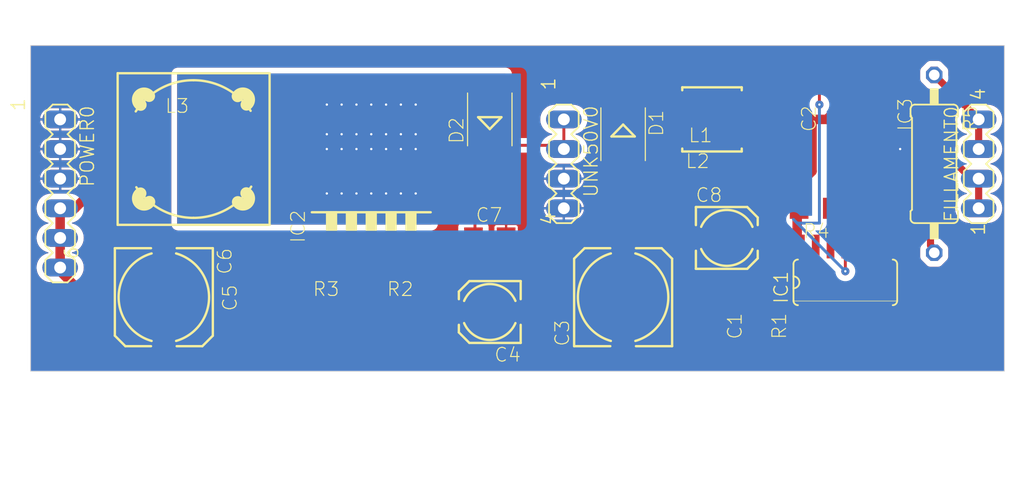
<source format=kicad_pcb>
(kicad_pcb (version 20221018) (generator pcbnew)
  (layers (0 "F.Cu" signal) (31 "B.Cu" signal) (34 "B.Paste" user) (35 "F.Paste" user) (36 "B.SilkS" user "B.Silkscreen") (37 "F.SilkS" user "F.Silkscreen") (38 "B.Mask" user) (39 "F.Mask" user) (44 "Edge.Cuts" user))
  (net 0 "")
  (net 1 "GND")
  (net 2 "Net-(IC1A-I0)")
  (net 3 "+5V")
  (net 4 "Net-(IC3-VM)")
  (net 5 "Net-(D1-PadC)")
  (net 6 "/SW")
  (net 7 "/F2")
  (net 8 "/F1")
  (net 9 "Net-(IC1C-O)")
  (net 10 "/FF_BLANK")
  (net 11 "Net-(IC1B-O)")
  (net 12 "VPP")
  (net 13 "Net-(IC1A-O)")
  (net 14 "Net-(IC1D-O)")
  (net 15 "Net-(IC2-FB)")
  (net 17 "Net-(IC3-OUT2)")
  (footprint "VFD-Power:153CLV-0505" (layer "F.Cu") (at 166.4461 107.5386)
    (fp_text reference "C8" (at -2.74 -2.98) (layer "F.SilkS") (effects (font (size 1.176528 1.176528) (thickness 0.093472)) (justify left bottom)))
    (fp_text value "1u")
    (pad "+" smd rect (at 2.2 0) (size 3 1.6) (layers "F.Cu" "F.Paste" "F.Mask") (net 4 "Net-(IC3-VM)"))
    (pad "-" smd rect (at -2.2 0) (size 3 1.6) (layers "F.Cu" "F.Paste" "F.Mask") (net 1 "GND"))
  )
  (footprint "VFD-Power:SO14" (layer "F.Cu") (at 176.6061 111.3486)
    (fp_text reference "IC1" (at -4.826 1.905 90) (layer "F.SilkS") (effects (font (size 1.1557 1.1557) (thickness 0.1143)) (justify left bottom)))
    (fp_text value "74132D")
    (pad "1" smd rect (at -3.81 3.0734) (size 0.6604 2.032) (layers "F.Cu" "F.Paste" "F.Mask") (net 2 "Net-(IC1A-I0)"))
    (pad "2" smd rect (at -2.54 3.0734) (size 0.6604 2.032) (layers "F.Cu" "F.Paste" "F.Mask") (net 2 "Net-(IC1A-I0)"))
    (pad "3" smd rect (at -1.27 3.0734) (size 0.6604 2.032) (layers "F.Cu" "F.Paste" "F.Mask") (net 13 "Net-(IC1A-O)"))
    (pad "4" smd rect (at 0 3.0734) (size 0.6604 2.032) (layers "F.Cu" "F.Paste" "F.Mask") (net 13 "Net-(IC1A-O)"))
    (pad "5" smd rect (at 1.27 3.0734) (size 0.6604 2.032) (layers "F.Cu" "F.Paste" "F.Mask") (net 13 "Net-(IC1A-O)"))
    (pad "6" smd rect (at 2.54 3.0734) (size 0.6604 2.032) (layers "F.Cu" "F.Paste" "F.Mask") (net 11 "Net-(IC1B-O)"))
    (pad "7" smd rect (at 3.81 3.0734) (size 0.6604 2.032) (layers "F.Cu" "F.Paste" "F.Mask") (net 1 "GND"))
    (pad "8" smd rect (at 3.81 -3.0734) (size 0.6604 2.032) (layers "F.Cu" "F.Paste" "F.Mask") (net 9 "Net-(IC1C-O)"))
    (pad "9" smd rect (at 2.54 -3.0734) (size 0.6604 2.032) (layers "F.Cu" "F.Paste" "F.Mask") (net 10 "/FF_BLANK"))
    (pad "10" smd rect (at 1.27 -3.0734) (size 0.6604 2.032) (layers "F.Cu" "F.Paste" "F.Mask") (net 11 "Net-(IC1B-O)"))
    (pad "11" smd rect (at 0 -3.0734) (size 0.6604 2.032) (layers "F.Cu" "F.Paste" "F.Mask") (net 14 "Net-(IC1D-O)"))
    (pad "12" smd rect (at -1.27 -3.0734) (size 0.6604 2.032) (layers "F.Cu" "F.Paste" "F.Mask") (net 10 "/FF_BLANK"))
    (pad "13" smd rect (at -2.54 -3.0734) (size 0.6604 2.032) (layers "F.Cu" "F.Paste" "F.Mask") (net 13 "Net-(IC1A-O)"))
    (pad "14" smd rect (at -3.81 -3.0734) (size 0.6604 2.032) (layers "F.Cu" "F.Paste" "F.Mask") (net 3 "+5V"))
  )
  (footprint "VFD-Power:0411_15" (layer "F.Cu") (at 184.2261 101.1886 -90)
    (fp_text reference "R5" (at -5.08 -2.413 90) (layer "F.SilkS") (effects (font (size 1.1557 1.1557) (thickness 0.1143)) (justify right top)))
    (fp_text value "22")
    (pad "1" thru_hole roundrect (at -7.62 0 270) (size 1.4144 1.4144) (drill 0.9144) (layers "*.Cu" "*.Mask") (chamfer_ratio 0.2928932188) (chamfer top_left top_right bottom_left bottom_right) (net 7 "/F2"))
    (pad "2" thru_hole roundrect (at 7.62 0 270) (size 1.4144 1.4144) (drill 0.9144) (layers "*.Cu" "*.Mask") (chamfer_ratio 0.2928932188) (chamfer top_left top_right bottom_left bottom_right) (net 17 "Net-(IC3-OUT2)"))
  )
  (footprint "VFD-Power:SO8" (layer "F.Cu") (at 177.8761 97.3786 180)
    (fp_text reference "IC3" (at -3.175 1.905 90) (layer "F.SilkS") (effects (font (size 1.176528 1.176528) (thickness 0.093472)) (justify right top)))
    (fp_text value "ZXBM5210")
    (pad "1" smd rect (at -1.905 2.6 180) (size 0.6 2.2) (layers "F.Cu" "F.Paste" "F.Mask") (net 8 "/F1"))
    (pad "2" smd rect (at -0.635 2.6 180) (size 0.6 2.2) (layers "F.Cu" "F.Paste" "F.Mask") (net 4 "Net-(IC3-VM)"))
    (pad "3" smd rect (at 0.635 2.6 180) (size 0.6 2.2) (layers "F.Cu" "F.Paste" "F.Mask") (net 3 "+5V"))
    (pad "4" smd rect (at 1.905 2.6 180) (size 0.6 2.2) (layers "F.Cu" "F.Paste" "F.Mask") (net 14 "Net-(IC1D-O)"))
    (pad "5" smd rect (at 1.905 -2.6 180) (size 0.6 2.2) (layers "F.Cu" "F.Paste" "F.Mask") (net 9 "Net-(IC1C-O)"))
    (pad "6" smd rect (at 0.635 -2.6 180) (size 0.6 2.2) (layers "F.Cu" "F.Paste" "F.Mask") (net 3 "+5V"))
    (pad "7" smd rect (at -0.635 -2.6 180) (size 0.6 2.2) (layers "F.Cu" "F.Paste" "F.Mask") (net 17 "Net-(IC3-OUT2)"))
    (pad "8" smd rect (at -1.905 -2.6 180) (size 0.6 2.2) (layers "F.Cu" "F.Paste" "F.Mask") (net 1 "GND"))
  )
  (footprint "VFD-Power:MA04-1" (layer "F.Cu") (at 188.0361 101.1886 90)
    (fp_text reference "FILLAMENT0" (at -5.08 -1.651 90) (layer "F.SilkS") (effects (font (size 1.1557 1.1557) (thickness 0.1143)) (justify left bottom)))
    (fp_text value "MA04-1")
    (fp_text user "1" (at -6.223 0.635 90) (layer "F.SilkS") (effects (font (size 1.143 1.143) (thickness 0.127)) (justify left bottom)))
    (fp_text user "4" (at 5.334 0.635 90) (layer "F.SilkS") (effects (font (size 1.143 1.143) (thickness 0.127)) (justify left bottom)))
    (pad "1" thru_hole oval (at -3.81 0 180) (size 3.048 1.524) (drill 1.016) (layers "*.Cu" "*.Mask") (net 8 "/F1"))
    (pad "2" thru_hole oval (at -1.27 0 180) (size 3.048 1.524) (drill 1.016) (layers "*.Cu" "*.Mask") (net 8 "/F1"))
    (pad "3" thru_hole oval (at 1.27 0 180) (size 3.048 1.524) (drill 1.016) (layers "*.Cu" "*.Mask") (net 7 "/F2"))
    (pad "4" thru_hole oval (at 3.81 0 180) (size 3.048 1.524) (drill 1.016) (layers "*.Cu" "*.Mask") (net 7 "/F2"))
  )
  (footprint "VFD-Power:R1206" (layer "F.Cu") (at 174.0661 104.9986 180)
    (fp_text reference "R4" (at -1.27 -1.27) (layer "F.SilkS") (effects (font (size 1.176528 1.176528) (thickness 0.093472)) (justify right top)))
    (fp_text value "2.7k")
    (pad "1" smd rect (at -1.422 0 180) (size 1.6 1.803) (layers "F.Cu" "F.Paste" "F.Mask") (net 10 "/FF_BLANK"))
    (pad "2" smd rect (at 1.422 0 180) (size 1.6 1.803) (layers "F.Cu" "F.Paste" "F.Mask") (net 3 "+5V"))
  )
  (footprint "VFD-Power:153CLV-0807" (layer "F.Cu") (at 118.1861 112.6186 -90)
    (fp_text reference "C6" (at -4.29 -4.53 90) (layer "F.SilkS") (effects (font (size 1.176528 1.176528) (thickness 0.093472)) (justify right top)))
    (fp_text value "CPOL-EU153CLV-0807")
    (pad "+" smd rect (at 3.05 0 270) (size 4 1.6) (layers "F.Cu" "F.Paste" "F.Mask") (net 3 "+5V"))
    (pad "-" smd rect (at -3.05 0 270) (size 4 1.6) (layers "F.Cu" "F.Paste" "F.Mask") (net 1 "GND"))
  )
  (footprint "VFD-Power:R1206" (layer "F.Cu") (at 138.5061 113.8886)
    (fp_text reference "R2" (at -1.27 -1.27) (layer "F.SilkS") (effects (font (size 1.176528 1.176528) (thickness 0.093472)) (justify left bottom)))
    (fp_text value "1.5k")
    (pad "1" smd rect (at -1.422 0) (size 1.6 1.803) (layers "F.Cu" "F.Paste" "F.Mask") (net 15 "Net-(IC2-FB)"))
    (pad "2" smd rect (at 1.422 0) (size 1.6 1.803) (layers "F.Cu" "F.Paste" "F.Mask") (net 12 "VPP"))
  )
  (footprint "VFD-Power:153CLV-0505" (layer "F.Cu") (at 146.1261 113.8886 180)
    (fp_text reference "C4" (at -2.74 -2.98) (layer "F.SilkS") (effects (font (size 1.176528 1.176528) (thickness 0.093472)) (justify right top)))
    (fp_text value "1u")
    (pad "+" smd rect (at 2.2 0 180) (size 3 1.6) (layers "F.Cu" "F.Paste" "F.Mask") (net 12 "VPP"))
    (pad "-" smd rect (at -2.2 0 180) (size 3 1.6) (layers "F.Cu" "F.Paste" "F.Mask") (net 1 "GND"))
  )
  (footprint "VFD-Power:MA04-1" (layer "F.Cu") (at 152.4761 101.1886 -90)
    (fp_text reference "UNK50V0" (at -5.08 -1.651 90) (layer "F.SilkS") (effects (font (size 1.1557 1.1557) (thickness 0.1143)) (justify right top)))
    (fp_text value "MA04-1")
    (fp_text user "1" (at -6.223 0.635 -90) (layer "F.SilkS") (effects (font (size 1.143 1.143) (thickness 0.127)) (justify left bottom)))
    (fp_text user "4" (at 5.334 0.635 -90) (layer "F.SilkS") (effects (font (size 1.143 1.143) (thickness 0.127)) (justify left bottom)))
    (pad "1" thru_hole oval (at -3.81 0) (size 3.048 1.524) (drill 1.016) (layers "*.Cu" "*.Mask") (net 12 "VPP"))
    (pad "2" thru_hole oval (at -1.27 0) (size 3.048 1.524) (drill 1.016) (layers "*.Cu" "*.Mask") (net 12 "VPP"))
    (pad "3" thru_hole oval (at 1.27 0) (size 3.048 1.524) (drill 1.016) (layers "*.Cu" "*.Mask") (net 1 "GND"))
    (pad "4" thru_hole oval (at 3.81 0) (size 3.048 1.524) (drill 1.016) (layers "*.Cu" "*.Mask") (net 1 "GND"))
  )
  (footprint "VFD-Power:C1206" (layer "F.Cu") (at 171.5261 97.3786 -90)
    (fp_text reference "C2" (at -1.27 -1.27 90) (layer "F.SilkS") (effects (font (size 1.176528 1.176528) (thickness 0.093472)) (justify right top)))
    (fp_text value "100n")
    (pad "1" smd rect (at -1.4 0 270) (size 1.6 1.8) (layers "F.Cu" "F.Paste" "F.Mask") (net 3 "+5V"))
    (pad "2" smd rect (at 1.4 0 270) (size 1.6 1.8) (layers "F.Cu" "F.Paste" "F.Mask") (net 1 "GND"))
  )
  (footprint "VFD-Power:C1206" (layer "F.Cu") (at 165.1761 115.1586 -90)
    (fp_text reference "C1" (at -1.27 -1.27 90) (layer "F.SilkS") (effects (font (size 1.176528 1.176528) (thickness 0.093472)) (justify right top)))
    (fp_text value "4.7n")
    (pad "1" smd rect (at -1.4 0 270) (size 1.6 1.8) (layers "F.Cu" "F.Paste" "F.Mask") (net 2 "Net-(IC1A-I0)"))
    (pad "2" smd rect (at 1.4 0 270) (size 1.6 1.8) (layers "F.Cu" "F.Paste" "F.Mask") (net 1 "GND"))
  )
  (footprint "VFD-Power:TO263-5" (layer "F.Cu") (at 135.9661 102.4586)
    (fp_text reference "IC2" (at -5.588 5.588 90) (layer "F.SilkS") (effects (font (size 1.176528 1.176528) (thickness 0.093472)) (justify left bottom)))
    (fp_text value "XL6009")
    (pad "1" smd rect (at -3.4036 5.7912) (size 1.0668 2.159) (layers "F.Cu" "F.Paste" "F.Mask") (net 1 "GND"))
    (pad "2" smd rect (at -1.7018 5.7912) (size 1.0668 2.159) (layers "F.Cu" "F.Paste" "F.Mask"))
    (pad "3" smd rect (at 0 5.7912) (size 1.0668 2.159) (layers "F.Cu" "F.Paste" "F.Mask") (net 6 "/SW"))
    (pad "4" smd rect (at 1.7018 5.7912) (size 1.0668 2.159) (layers "F.Cu" "F.Paste" "F.Mask") (net 3 "+5V"))
    (pad "5" smd rect (at 3.4036 5.7912) (size 1.0668 2.159) (layers "F.Cu" "F.Paste" "F.Mask") (net 15 "Net-(IC2-FB)"))
    (pad "6" smd rect (at 0 -2.54) (size 10.8 10.41) (layers "F.Cu" "F.Paste" "F.Mask") (net 6 "/SW"))
  )
  (footprint "VFD-Power:SMB" (layer "F.Cu") (at 146.1261 97.3786 90)
    (fp_text reference "D2" (at -2.159 -2.159 90) (layer "F.SilkS") (effects (font (size 1.176528 1.176528) (thickness 0.093472)) (justify left bottom)))
    (fp_text value "DIODE-SMB")
    (pad "A" smd rect (at 2.2 0 90) (size 2.4 2.4) (layers "F.Cu" "F.Paste" "F.Mask") (net 6 "/SW"))
    (pad "C" smd rect (at -2.2 0 90) (size 2.4 2.4) (layers "F.Cu" "F.Paste" "F.Mask") (net 12 "VPP"))
  )
  (footprint "VFD-Power:153CLV-0807" (layer "F.Cu") (at 157.5561 112.6186 90)
    (fp_text reference "C3" (at -4.29 -4.53 90) (layer "F.SilkS") (effects (font (size 1.176528 1.176528) (thickness 0.093472)) (justify left bottom)))
    (fp_text value "10u")
    (pad "+" smd rect (at 3.05 0 90) (size 4 1.6) (layers "F.Cu" "F.Paste" "F.Mask") (net 3 "+5V"))
    (pad "-" smd rect (at -3.05 0 90) (size 4 1.6) (layers "F.Cu" "F.Paste" "F.Mask") (net 1 "GND"))
  )
  (footprint "VFD-Power:MA06-1" (layer "F.Cu") (at 109.2961 103.7286 -90)
    (fp_text reference "POWER0" (at -7.62 -1.651 90) (layer "F.SilkS") (effects (font (size 1.1557 1.1557) (thickness 0.1143)) (justify right top)))
    (fp_text value "MA06-1")
    (fp_text user "1" (at -6.985 2.921 -90) (layer "F.SilkS") (effects (font (size 1.143 1.143) (thickness 0.127)) (justify left bottom)))
    (fp_text user "6" (at 5.715 -1.651 -90) (layer "F.SilkS") (effects (font (size 1.143 1.143) (thickness 0.127)) (justify left bottom)))
    (pad "1" thru_hole oval (at -6.35 0) (size 3.048 1.524) (drill 1.016) (layers "*.Cu" "*.Mask") (net 1 "GND"))
    (pad "2" thru_hole oval (at -3.81 0) (size 3.048 1.524) (drill 1.016) (layers "*.Cu" "*.Mask") (net 1 "GND"))
    (pad "3" thru_hole oval (at -1.27 0) (size 3.048 1.524) (drill 1.016) (layers "*.Cu" "*.Mask") (net 1 "GND"))
    (pad "4" thru_hole oval (at 1.27 0) (size 3.048 1.524) (drill 1.016) (layers "*.Cu" "*.Mask") (net 3 "+5V"))
    (pad "5" thru_hole oval (at 3.81 0) (size 3.048 1.524) (drill 1.016) (layers "*.Cu" "*.Mask") (net 3 "+5V"))
    (pad "6" thru_hole oval (at 6.35 0) (size 3.048 1.524) (drill 1.016) (layers "*.Cu" "*.Mask") (net 3 "+5V"))
  )
  (footprint "VFD-Power:SM-NE45" (layer "F.Cu") (at 165.1761 101.1886)
    (fp_text reference "L1" (at -2.081 -1.751) (layer "F.SilkS") (effects (font (size 1.176528 1.176528) (thickness 0.093472)) (justify left bottom)))
    (fp_text value "SM-NE45")
    (pad "1" smd rect (at -2.15 0) (size 1.2 2.7) (layers "F.Cu" "F.Paste" "F.Mask") (net 5 "Net-(D1-PadC)"))
    (pad "2" smd rect (at 2.15 0) (size 1.2 2.7) (layers "F.Cu" "F.Paste" "F.Mask") (net 4 "Net-(IC3-VM)"))
  )
  (footprint "VFD-Power:R1206" (layer "F.Cu") (at 168.9861 115.1586 -90)
    (fp_text reference "R1" (at -1.27 -1.27 90) (layer "F.SilkS") (effects (font (size 1.176528 1.176528) (thickness 0.093472)) (justify right top)))
    (fp_text value "2.7k")
    (pad "1" smd rect (at -1.422 0 270) (size 1.6 1.803) (layers "F.Cu" "F.Paste" "F.Mask") (net 2 "Net-(IC1A-I0)"))
    (pad "2" smd rect (at 1.422 0 270) (size 1.6 1.803) (layers "F.Cu" "F.Paste" "F.Mask") (net 13 "Net-(IC1A-O)"))
  )
  (footprint "VFD-Power:R1206" (layer "F.Cu") (at 132.1561 113.8886)
    (fp_text reference "R3" (at -1.27 -1.27) (layer "F.SilkS") (effects (font (size 1.176528 1.176528) (thickness 0.093472)) (justify left bottom)))
    (fp_text value "39")
    (pad "1" smd rect (at -1.422 0) (size 1.6 1.803) (layers "F.Cu" "F.Paste" "F.Mask") (net 1 "GND"))
    (pad "2" smd rect (at 1.422 0) (size 1.6 1.803) (layers "F.Cu" "F.Paste" "F.Mask") (net 15 "Net-(IC2-FB)"))
  )
  (footprint "VFD-Power:C1206" (layer "F.Cu") (at 146.1261 107.5386)
    (fp_text reference "C7" (at -1.27 -1.27) (layer "F.SilkS") (effects (font (size 1.176528 1.176528) (thickness 0.093472)) (justify left bottom)))
    (fp_text value "100n")
    (pad "1" smd rect (at -1.4 0) (size 1.6 1.8) (layers "F.Cu" "F.Paste" "F.Mask") (net 12 "VPP"))
    (pad "2" smd rect (at 1.4 0) (size 1.6 1.8) (layers "F.Cu" "F.Paste" "F.Mask") (net 1 "GND"))
  )
  (footprint "VFD-Power:SMB" (layer "F.Cu") (at 157.5561 98.6486 -90)
    (fp_text reference "D1" (at -2.159 -2.159 90) (layer "F.SilkS") (effects (font (size 1.176528 1.176528) (thickness 0.093472)) (justify right top)))
    (fp_text value "DIODE-SMB")
    (pad "A" smd rect (at 2.2 0 270) (size 2.4 2.4) (layers "F.Cu" "F.Paste" "F.Mask") (net 3 "+5V"))
    (pad "C" smd rect (at -2.2 0 270) (size 2.4 2.4) (layers "F.Cu" "F.Paste" "F.Mask") (net 5 "Net-(D1-PadC)"))
  )
  (footprint "VFD-Power:C1206" (layer "F.Cu") (at 125.8061 112.6186 90)
    (fp_text reference "C5" (at -1.27 -1.27 90) (layer "F.SilkS") (effects (font (size 1.176528 1.176528) (thickness 0.093472)) (justify left bottom)))
    (fp_text value "C-EUC1206")
    (pad "1" smd rect (at -1.4 0 90) (size 1.6 1.8) (layers "F.Cu" "F.Paste" "F.Mask") (net 3 "+5V"))
    (pad "2" smd rect (at 1.4 0 90) (size 1.6 1.8) (layers "F.Cu" "F.Paste" "F.Mask") (net 1 "GND"))
  )
  (footprint "VFD-Power:MS85" (layer "F.Cu") (at 165.1761 97.3786 -90)
    (fp_text reference "L2" (at 4.272 2.331) (layer "F.SilkS") (effects (font (size 1.176528 1.176528) (thickness 0.093472)) (justify left bottom)))
    (fp_text value "MS85")
    (pad "1" smd rect (at 0 3.383 270) (size 4.5 2.25) (layers "F.Cu" "F.Paste" "F.Mask") (net 5 "Net-(D1-PadC)"))
    (pad "2" smd rect (at 0 -3.383 270) (size 4.5 2.25) (layers "F.Cu" "F.Paste" "F.Mask") (net 4 "Net-(IC3-VM)"))
  )
  (footprint "VFD-Power:DR125" (layer "F.Cu") (at 120.7261 99.9186)
    (fp_text reference "L3" (at -2.5 -3) (layer "F.SilkS") (effects (font (size 1.176528 1.176528) (thickness 0.093472)) (justify left bottom)))
    (fp_text value "DR125")
    (pad "1" smd rect (at -4.975 0) (size 3.85 5.5) (layers "F.Cu" "F.Paste" "F.Mask") (net 3 "+5V"))
    (pad "2" smd rect (at 4.975 0) (size 3.85 5.5) (layers "F.Cu" "F.Paste" "F.Mask") (net 6 "/SW"))
  )
  (gr_line (start 106.7561 118.9686) (end 190.2461 118.9686) (stroke (width 0.05)) (layer "Edge.Cuts"))
  (gr_line (start 190.2461 118.9686) (end 190.2461 91.0386) (stroke (width 0.05)) (layer "Edge.Cuts"))
  (gr_line (start 106.7561 91.0386) (end 106.7561 118.9686) (stroke (width 0.05)) (layer "Edge.Cuts"))
  (gr_line (start 190.2461 91.0386) (end 106.7561 91.0386) (stroke (width 0.05)) (layer "Edge.Cuts"))
  (via (at 181.3051 99.9186) (size 0.7) (drill 0.2) (layers "F.Cu" "B.Cu") (net 1))
  (segment (start 172.7961 114.2061) (end 172.7961 114.422) (width 0.25) (layer "F.Cu") (net 2))
  (segment (start 168.9861 113.5711) (end 168.9861 113.7366) (width 0.25) (layer "F.Cu") (net 2))
  (segment (start 165.1761 113.5711) (end 165.1761 113.7586) (width 0.25) (layer "F.Cu") (net 2))
  (segment (start 168.9861 113.7366) (end 168.9861 114.2061) (width 0.25) (layer "F.Cu") (net 2))
  (segment (start 174.0661 114.2061) (end 172.7961 114.2061) (width 0.25) (layer "F.Cu") (net 2))
  (segment (start 168.9861 114.2061) (end 172.7961 114.2061) (width 0.25) (layer "F.Cu") (net 2))
  (segment (start 168.9861 113.5711) (end 165.1761 113.5711) (width 0.25) (layer "F.Cu") (net 2))
  (segment (start 174.0661 114.2061) (end 174.0661 114.422) (width 0.25) (layer "F.Cu") (net 2))
  (segment (start 175.3361 97.0611) (end 175.9711 97.0611) (width 0.8128) (layer "F.Cu") (net 3))
  (segment (start 128.0286 112.6186) (end 128.0286 111.3486) (width 0.8128) (layer "F.Cu") (net 3))
  (segment (start 126.7586 113.8886) (end 128.0286 112.6186) (width 0.8128) (layer "F.Cu") (net 3))
  (segment (start 170.8911 110.0786) (end 172.4786 108.4911) (width 0.8128) (layer "F.Cu") (net 3))
  (segment (start 171.5261 96.1086) (end 171.5261 95.9786) (width 0.8128) (layer "F.Cu") (net 3))
  (segment (start 176.6061 97.3786) (end 176.44735 97.53735) (width 0.8128) (layer "F.Cu") (net 3))
  (segment (start 172.7961 108.1736) (end 172.7961 108.2752) (width 0.8128) (layer "F.Cu") (net 3))
  (segment (start 157.8736 109.7611) (end 157.5561 109.5686) (width 0.8128) (layer "F.Cu") (net 3))
  (segment (start 110.5661 104.9986) (end 115.6461 99.9186) (width 0.8128) (layer "F.Cu") (net 3))
  (segment (start 126.1236 113.8886) (end 125.8061 114.0186) (width 0.8128) (layer "F.Cu") (net 3))
  (segment (start 176.6061 97.0611) (end 177.2411 96.4261) (width 0.8128) (layer "F.Cu") (net 3))
  (segment (start 173.7486 101.8236) (end 173.7486 97.3786) (width 0.8128) (layer "F.Cu") (net 3))
  (segment (start 128.3461 116.4286) (end 150.5711 116.4286) (width 0.8128) (layer "F.Cu") (net 3))
  (segment (start 135.9661 111.3486) (end 137.5536 109.7611) (width 0.8128) (layer "F.Cu") (net 3))
  (segment (start 109.2961 110.3961) (end 109.2961 110.0786) (width 0.8128) (layer "F.Cu") (net 3))
  (segment (start 128.3461 112.6186) (end 128.0286 112.6186) (width 0.8128) (layer "F.Cu") (net 3))
  (segment (start 117.8686 114.5236) (end 113.4236 114.5236) (width 0.8128) (layer "F.Cu") (net 3))
  (segment (start 175.0186 97.3786) (end 175.3361 97.0611) (width 0.8128) (layer "F.Cu") (net 3))
  (segment (start 157.5561 109.5686) (end 157.5561 106.5861) (width 0.8128) (layer "F.Cu") (net 3))
  (segment (start 157.8736 109.7611) (end 157.8736 110.0786) (width 0.8128) (layer "F.Cu") (net 3))
  (segment (start 172.7961 104.6811) (end 172.6441 104.9986) (width 0.8128) (layer "F.Cu") (net 3))
  (segment (start 173.1136 96.7436) (end 173.1136 96.1086) (width 0.8128) (layer "F.Cu") (net 3))
  (segment (start 172.7961 102.7761) (end 173.7486 101.8236) (width 0.8128) (layer "F.Cu") (net 3))
  (segment (start 172.4786 108.4911) (end 172.7961 108.2752) (width 0.8128) (layer "F.Cu") (net 3))
  (segment (start 126.1236 113.8886) (end 126.7586 113.8886) (width 0.8128) (layer "F.Cu") (net 3))
  (segment (start 128.3461 112.6186) (end 128.3461 116.4286) (width 0.8128) (layer "F.Cu") (net 3))
  (segment (start 172.4786 107.8561) (end 172.4786 104.9986) (width 0.8128) (layer "F.Cu") (net 3))
  (segment (start 118.1861 115.6686) (end 118.1861 113.8886) (width 0.8128) (layer "F.Cu") (net 3))
  (segment (start 172.7961 104.3636) (end 172.6441 104.9986) (width 0.8128) (layer "F.Cu") (net 3))
  (segment (start 175.9711 97.0611) (end 176.44735 97.53735) (width 0.8128) (layer "F.Cu") (net 3))
  (segment (start 157.2386 109.7611) (end 157.5561 109.5686) (width 0.8128) (layer "F.Cu") (net 3))
  (segment (start 173.7486 97.3786) (end 173.1136 96.7436) (width 0.8128) (layer "F.Cu") (net 3))
  (segment (start 109.2961 104.9986) (end 110.5661 104.9986) (width 0.8128) (layer "F.Cu") (net 3))
  (segment (start 113.4236 114.5236) (end 109.2961 110.3961) (width 0.8128) (layer "F.Cu") (net 3))
  (segment (start 125.8061 113.8886) (end 125.8061 114.0186) (width 0.8128) (layer "F.Cu") (net 3))
  (segment (start 115.6461 99.9186) (end 115.7511 99.9186) (width 0.8128) (layer "F.Cu") (net 3))
  (segment (start 157.5561 106.5861) (end 157.5561 100.8486) (width 0.8128) (layer "F.Cu") (net 3))
  (segment (start 118.1861 113.8886) (end 125.8061 113.8886) (width 0.8128) (layer "F.Cu") (net 3))
  (segment (start 176.6061 97.3786) (end 176.6061 97.0611) (width 0.8128) (layer "F.Cu") (net 3))
  (segment (start 137.5536 108.4911) (end 137.6679 108.2498) (width 0.8128) (layer "F.Cu") (net 3))
  (segment (start 173.1136 96.1086) (end 171.5261 96.1086) (width 0.8128) (layer "F.Cu") (net 3))
  (segment (start 172.4786 104.9986) (end 172.6441 104.9986) (width 0.8128) (layer "F.Cu") (net 3))
  (segment (start 137.5536 109.7611) (end 137.5536 108.4911) (width 0.8128) (layer "F.Cu") (net 3))
  (segment (start 176.44735 97.53735) (end 177.2411 98.3311) (width 0.8128) (layer "F.Cu") (net 3))
  (segment (start 117.8686 114.5236) (end 118.1861 115.6686) (width 0.8128) (layer "F.Cu") (net 3))
  (segment (start 157.5561 106.5861) (end 158.1911 105.9511) (width 0.8128) (layer "F.Cu") (net 3))
  (segment (start 177.2411 96.4261) (end 177.2411 94.7786) (width 0.8128) (layer "F.Cu") (net 3))
  (segment (start 173.7486 97.3786) (end 175.0186 97.3786) (width 0.8128) (layer "F.Cu") (net 3))
  (segment (start 172.7961 108.1736) (end 172.4786 107.8561) (width 0.8128) (layer "F.Cu") (net 3))
  (segment (start 150.5711 116.4286) (end 157.2386 109.7611) (width 0.8128) (layer "F.Cu") (net 3))
  (segment (start 172.7961 104.3636) (end 172.7961 102.7761) (width 0.8128) (layer "F.Cu") (net 3))
  (segment (start 109.2961 107.5386) (end 109.2961 104.9986) (width 0.8128) (layer "F.Cu") (net 3))
  (segment (start 109.2961 107.5386) (end 109.2961 110.0786) (width 0.8128) (layer "F.Cu") (net 3))
  (segment (start 177.2411 98.3311) (end 177.2411 99.9786) (width 0.8128) (layer "F.Cu") (net 3))
  (segment (start 128.0286 111.3486) (end 135.9661 111.3486) (width 0.8128) (layer "F.Cu") (net 3))
  (segment (start 157.8736 110.0786) (end 170.8911 110.0786) (width 0.8128) (layer "F.Cu") (net 3))
  (segment (start 168.3511 97.3786) (end 168.5591 97.3786) (width 0.6096) (layer "F.Cu") (net 4))
  (segment (start 168.3511 107.5386) (end 168.6461 107.5386) (width 0.6096) (layer "F.Cu") (net 4))
  (segment (start 167.3986 101.1886) (end 167.3261 101.1886) (width 0.6096) (layer "F.Cu") (net 4))
  (segment (start 168.6686 97.3786) (end 168.5591 97.3786) (width 0.6096) (layer "F.Cu") (net 4))
  (segment (start 178.1301 92.7431) (end 178.5111 93.2511) (width 0.6096) (layer "F.Cu") (net 4))
  (segment (start 168.6686 97.3786) (end 168.6686 92.7431) (width 0.6096) (layer "F.Cu") (net 4))
  (segment (start 168.3511 98.9661) (end 167.3986 99.9186) (width 0.6096) (layer "F.Cu") (net 4))
  (segment (start 168.3511 97.3786) (end 168.3511 98.9661) (width 0.6096) (layer "F.Cu") (net 4))
  (segment (start 168.6686 92.7431) (end 178.1301 92.7431) (width 0.6096) (layer "F.Cu") (net 4))
  (segment (start 167.3986 99.9186) (end 167.3986 101.1886) (width 0.6096) (layer "F.Cu") (net 4))
  (segment (start 178.5111 93.2511) (end 178.5111 94.7786) (width 0.6096) (layer "F.Cu") (net 4))
  (segment (start 167.3986 101.1886) (end 167.3986 106.5861) (width 0.6096) (layer "F.Cu") (net 4))
  (segment (start 167.3986 106.5861) (end 168.3511 107.5386) (width 0.6096) (layer "F.Cu") (net 4))
  (segment (start 168.6686 107.5386) (end 168.6461 107.5386) (width 0.25) (layer "F.Cu") (net 4))
  (segment (start 161.6836 97.3786) (end 161.6836 96.4261) (width 0.6096) (layer "F.Cu") (net 5))
  (segment (start 162.0011 98.9661) (end 162.9536 99.9186) (width 0.6096) (layer "F.Cu") (net 5))
  (segment (start 162.9536 101.1886) (end 163.0261 101.1886) (width 0.6096) (layer "F.Cu") (net 5))
  (segment (start 162.9536 99.9186) (end 162.9536 101.1886) (width 0.6096) (layer "F.Cu") (net 5))
  (segment (start 157.5561 96.4261) (end 157.5561 96.4486) (width 0.6096) (layer "F.Cu") (net 5))
  (segment (start 161.6836 96.4261) (end 157.5561 96.4261) (width 0.6096) (layer "F.Cu") (net 5))
  (segment (start 161.6836 97.3786) (end 161.7931 97.3786) (width 0.6096) (layer "F.Cu") (net 5))
  (segment (start 162.0011 97.3786) (end 161.7931 97.3786) (width 0.6096) (layer "F.Cu") (net 5))
  (segment (start 162.0011 97.3786) (end 162.0011 98.9661) (width 0.6096) (layer "F.Cu") (net 5))
  (segment (start 135.9661 99.9186) (end 135.9661 95.4736) (width 0.8128) (layer "F.Cu") (net 6))
  (segment (start 135.9661 95.4736) (end 146.1261 95.4736) (width 0.8128) (layer "F.Cu") (net 6))
  (segment (start 146.1261 95.4736) (end 146.1261 95.1786) (width 0.8128) (layer "F.Cu") (net 6))
  (segment (start 135.9661 99.9186) (end 132.1561 99.9186) (width 0.8128) (layer "F.Cu") (net 6))
  (segment (start 135.9661 99.9186) (end 135.9661 108.2498) (width 0.8128) (layer "F.Cu") (net 6))
  (segment (start 132.1561 99.9186) (end 125.7011 99.9186) (width 0.8128) (layer "F.Cu") (net 6))
  (via (at 133.4261 99.9186) (size 0.7) (drill 0.2) (layers "F.Cu" "B.Cu") (net 6))
  (via (at 137.2361 96.1086) (size 0.7) (drill 0.2) (layers "F.Cu" "B.Cu") (net 6))
  (via (at 139.7761 98.6486) (size 0.7) (drill 0.2) (layers "F.Cu" "B.Cu") (net 6))
  (via (at 138.5061 99.9186) (size 0.7) (drill 0.2) (layers "F.Cu" "B.Cu") (net 6))
  (via (at 138.5061 103.7286) (size 0.7) (drill 0.2) (layers "F.Cu" "B.Cu") (net 6))
  (via (at 139.7761 96.1086) (size 0.7) (drill 0.2) (layers "F.Cu" "B.Cu") (net 6))
  (via (at 138.5061 98.6486) (size 0.7) (drill 0.2) (layers "F.Cu" "B.Cu") (net 6))
  (via (at 134.6961 103.7286) (size 0.7) (drill 0.2) (layers "F.Cu" "B.Cu") (net 6))
  (via (at 135.9661 103.7286) (size 0.7) (drill 0.2) (layers "F.Cu" "B.Cu") (net 6))
  (via (at 137.2361 98.6486) (size 0.7) (drill 0.2) (layers "F.Cu" "B.Cu") (net 6))
  (via (at 137.2361 103.7286) (size 0.7) (drill 0.2) (layers "F.Cu" "B.Cu") (net 6))
  (via (at 132.1561 103.7286) (size 0.7) (drill 0.2) (layers "F.Cu" "B.Cu") (net 6))
  (via (at 133.4261 103.7286) (size 0.7) (drill 0.2) (layers "F.Cu" "B.Cu") (net 6))
  (via (at 132.1561 96.1086) (size 0.7) (drill 0.2) (layers "F.Cu" "B.Cu") (net 6))
  (via (at 134.6961 96.1086) (size 0.7) (drill 0.2) (layers "F.Cu" "B.Cu") (net 6))
  (via (at 135.9661 98.6486) (size 0.7) (drill 0.2) (layers "F.Cu" "B.Cu") (net 6))
  (via (at 133.4261 98.6486) (size 0.7) (drill 0.2) (layers "F.Cu" "B.Cu") (net 6))
  (via (at 132.1561 98.6486) (size 0.7) (drill 0.2) (layers "F.Cu" "B.Cu") (net 6))
  (via (at 139.7761 99.9186) (size 0.7) (drill 0.2) (layers "F.Cu" "B.Cu") (net 6))
  (via (at 132.1561 99.9186) (size 0.7) (drill 0.2) (layers "F.Cu" "B.Cu") (net 6))
  (via (at 134.6961 99.9186) (size 0.7) (drill 0.2) (layers "F.Cu" "B.Cu") (net 6))
  (via (at 135.9661 99.9186) (size 0.7) (drill 0.2) (layers "F.Cu" "B.Cu") (net 6))
  (via (at 134.6961 98.6486) (size 0.7) (drill 0.2) (layers "F.Cu" "B.Cu") (net 6))
  (via (at 138.5061 96.1086) (size 0.7) (drill 0.2) (layers "F.Cu" "B.Cu") (net 6))
  (via (at 139.7761 103.7286) (size 0.7) (drill 0.2) (layers "F.Cu" "B.Cu") (net 6))
  (via (at 133.4261 96.1086) (size 0.7) (drill 0.2) (layers "F.Cu" "B.Cu") (net 6))
  (via (at 137.2361 99.9186) (size 0.7) (drill 0.2) (layers "F.Cu" "B.Cu") (net 6))
  (via (at 135.9661 96.1086) (size 0.7) (drill 0.2) (layers "F.Cu" "B.Cu") (net 6))
  (segment (start 188.0361 97.3786) (end 188.0361 99.9186) (width 0.6096) (layer "F.Cu") (net 7))
  (segment (start 188.0361 97.3786) (end 184.2261 93.5686) (width 0.6096) (layer "F.Cu") (net 7))
  (segment (start 188.0361 104.9986) (end 188.0361 103.0936) (width 0.6096) (layer "F.Cu") (net 8))
  (segment (start 187.7186 102.4586) (end 188.0361 102.4586) (width 0.6096) (layer "F.Cu") (net 8))
  (segment (start 187.7186 102.4586) (end 187.55985 102.61735) (width 0.6096) (layer "F.Cu") (net 8))
  (segment (start 188.0361 103.0936) (end 187.55985 102.61735) (width 0.6096) (layer "F.Cu") (net 8))
  (segment (start 179.7811 94.8386) (end 179.7811 94.7786) (width 0.6096) (layer "F.Cu") (net 8))
  (segment (start 187.55985 102.61735) (end 179.7811 94.8386) (width 0.6096) (layer "F.Cu") (net 8))
  (segment (start 180.4161 106.9036) (end 180.4161 108.2752) (width 0.25) (layer "F.Cu") (net 9))
  (segment (start 175.9711 101.1886) (end 178.5111 103.7286) (width 0.25) (layer "F.Cu") (net 9))
  (segment (start 175.9711 99.9786) (end 175.9711 101.1886) (width 0.25) (layer "F.Cu") (net 9))
  (segment (start 178.5111 104.9986) (end 180.4161 106.9036) (width 0.25) (layer "F.Cu") (net 9))
  (segment (start 178.5111 103.7286) (end 178.5111 104.9986) (width 0.25) (layer "F.Cu") (net 9))
  (segment (start 175.3361 107.2211) (end 175.6536 106.9036) (width 0.25) (layer "F.Cu") (net 10))
  (segment (start 175.6536 104.9986) (end 175.4881 104.9986) (width 0.25) (layer "F.Cu") (net 10))
  (segment (start 175.3361 108.2752) (end 175.3361 107.2211) (width 0.25) (layer "F.Cu") (net 10))
  (segment (start 175.6536 105.3161) (end 177.2411 105.3161) (width 0.25) (layer "F.Cu") (net 10))
  (segment (start 175.6536 105.3161) (end 175.6536 104.9986) (width 0.25) (layer "F.Cu") (net 10))
  (segment (start 175.6536 105.3161) (end 175.4881 104.9986) (width 0.25) (layer "F.Cu") (net 10))
  (segment (start 177.2411 105.3161) (end 179.1461 107.2211) (width 0.25) (layer "F.Cu") (net 10))
  (segment (start 175.6536 106.9036) (end 175.6536 105.3161) (width 0.25) (layer "F.Cu") (net 10))
  (segment (start 179.1461 107.2211) (end 179.1461 108.2752) (width 0.25) (layer "F.Cu") (net 10))
  (segment (start 177.8761 109.4436) (end 179.1461 110.7136) (width 0.25) (layer "F.Cu") (net 11))
  (segment (start 177.8761 108.2752) (end 177.8761 109.4436) (width 0.25) (layer "F.Cu") (net 11))
  (segment (start 179.1461 110.7136) (end 179.1461 114.422) (width 0.25) (layer "F.Cu") (net 11))
  (segment (start 152.4761 99.6011) (end 152.4761 97.3786) (width 0.25) (layer "F.Cu") (net 12))
  (segment (start 144.2211 107.8561) (end 144.5386 107.5386) (width 0.25) (layer "F.Cu") (net 12))
  (segment (start 144.2211 113.8886) (end 143.9261 113.8886) (width 0.25) (layer "F.Cu") (net 12))
  (segment (start 146.1261 99.6011) (end 146.1261 99.5786) (width 0.25) (layer "F.Cu") (net 12))
  (segment (start 144.8561 107.5386) (end 144.8561 100.8711) (width 0.25) (layer "F.Cu") (net 12))
  (segment (start 152.4761 99.6011) (end 146.1261 99.6011) (width 0.25) (layer "F.Cu") (net 12))
  (segment (start 144.2211 113.8886) (end 144.2211 107.8561) (width 0.25) (layer "F.Cu") (net 12))
  (segment (start 152.4761 99.6011) (end 152.4761 99.9186) (width 0.25) (layer "F.Cu") (net 12))
  (segment (start 144.5386 107.5386) (end 144.7261 107.5386) (width 0.25) (layer "F.Cu") (net 12))
  (segment (start 144.8561 100.8711) (end 146.1261 99.6011) (width 0.25) (layer "F.Cu") (net 12))
  (segment (start 144.8561 107.5386) (end 144.7261 107.5386) (width 0.25) (layer "F.Cu") (net 12))
  (segment (start 143.9261 113.8886) (end 139.9281 113.8886) (width 0.25) (layer "F.Cu") (net 12))
  (segment (start 177.8761 114.2061) (end 177.8761 114.422) (width 0.25) (layer "F.Cu") (net 13))
  (segment (start 176.6061 114.2061) (end 177.8761 114.2061) (width 0.25) (layer "F.Cu") (net 13))
  (segment (start 175.3361 114.422) (end 175.3361 115.4761) (width 0.25) (layer "F.Cu") (net 13))
  (segment (start 168.9861 116.7461) (end 168.9861 116.5806) (width 0.25) (layer "F.Cu") (net 13))
  (segment (start 175.3361 114.2061) (end 176.6061 114.2061) (width 0.25) (layer "F.Cu") (net 13))
  (segment (start 175.3361 113.2536) (end 175.6536 112.9361) (width 0.25) (layer "F.Cu") (net 13))
  (segment (start 175.3361 114.2061) (end 175.3361 113.2536) (width 0.25) (layer "F.Cu") (net 13))
  (segment (start 175.6536 112.6186) (end 174.0661 111.0311) (width 0.25) (layer "F.Cu") (net 13))
  (segment (start 175.0186 116.7461) (end 168.9861 116.7461) (width 0.25) (layer "F.Cu") (net 13))
  (segment (start 175.3361 115.4761) (end 175.0186 115.7936) (width 0.25) (layer "F.Cu") (net 13))
  (segment (start 175.6536 112.9361) (end 175.6536 112.6186) (width 0.25) (layer "F.Cu") (net 13))
  (segment (start 175.0186 115.7936) (end 175.0186 116.7461) (width 0.25) (layer "F.Cu") (net 13))
  (segment (start 175.3361 114.2061) (end 175.3361 114.422) (width 0.25) (layer "F.Cu") (net 13))
  (segment (start 176.6061 114.2061) (end 176.6061 114.422) (width 0.25) (layer "F.Cu") (net 13))
  (segment (start 174.0661 111.0311) (end 174.0661 108.2752) (width 0.25) (layer "F.Cu") (net 13))
  (segment (start 174.3836 94.8386) (end 175.9711 94.8386) (width 0.25) (layer "F.Cu") (net 14))
  (segment (start 174.3836 96.1086) (end 174.3836 94.8386) (width 0.25) (layer "F.Cu") (net 14))
  (segment (start 175.9711 94.8386) (end 175.9711 94.7786) (width 0.25) (layer "F.Cu") (net 14))
  (segment (start 176.6061 110.3961) (end 176.6061 108.2752) (width 0.25) (layer "F.Cu") (net 14))
  (via (at 176.6061 110.3961) (size 0.7) (drill 0.2) (layers "F.Cu" "B.Cu") (net 14))
  (via (at 174.3836 96.1086) (size 0.7) (drill 0.2) (layers "F.Cu" "B.Cu") (net 14))
  (segment (start 172.4786 106.2686) (end 174.3836 106.2686) (width 0.25) (layer "B.Cu") (net 14))
  (segment (start 172.4786 106.2686) (end 176.6061 110.3961) (width 0.25) (layer "B.Cu") (net 14))
  (segment (start 174.3836 106.2686) (end 174.3836 96.1086) (width 0.25) (layer "B.Cu") (net 14))
  (segment (start 172.1611 105.9511) (end 172.4786 106.2686) (width 0.25) (layer "B.Cu") (net 14))
  (segment (start 139.1411 108.4911) (end 139.3697 108.2498) (width 0.25) (layer "F.Cu") (net 15))
  (segment (start 139.1411 110.3961) (end 139.1411 108.4911) (width 0.25) (layer "F.Cu") (net 15))
  (segment (start 137.2361 113.8886) (end 137.0841 113.8886) (width 0.25) (layer "F.Cu") (net 15))
  (segment (start 137.2361 113.8886) (end 137.2361 112.3011) (width 0.25) (layer "F.Cu") (net 15))
  (segment (start 137.0841 113.8886) (end 133.5781 113.8886) (width 0.25) (layer "F.Cu") (net 15))
  (segment (start 137.2361 112.3011) (end 139.1411 110.3961) (width 0.25) (layer "F.Cu") (net 15))
  (segment (start 184.2261 108.4911) (end 183.9086 108.1736) (width 0.6096) (layer "F.Cu") (net 17))
  (segment (start 184.2261 108.8086) (end 184.2261 108.4911) (width 0.6096) (layer "F.Cu") (net 17))
  (segment (start 183.9086 107.2211) (end 178.5111 101.8236) (width 0.6096) (layer "F.Cu") (net 17))
  (segment (start 178.5111 101.8236) (end 178.5111 99.9786) (width 0.6096) (layer "F.Cu") (net 17))
  (segment (start 183.9086 108.1736) (end 183.9086 107.2211) (width 0.6096) (layer "F.Cu") (net 17))
  (zone (net 6) (net_name "/SW") (layer "F.Cu") (priority 6) (connect_pads yes (clearance 0.000001)) (min_thickness 0.127) (fill yes (thermal_gap 0.5) (thermal_bridge_width 0.5))
    (polygon (pts (xy 147.5231 97.5056) (xy 141.1731 97.5056) (xy 141.1731 106.3956) (xy 119.3291 106.3956) (xy 119.3291 93.4416) (xy 147.5231 93.4416)))
  )
  (zone (net 1) (net_name "GND") (layer "F.Cu") (connect_pads (clearance 0.000001)) (min_thickness 0.0762) (fill yes (thermal_gap 0.2024) (thermal_bridge_width 0.2024))
    (polygon (pts (xy 191.9223 121.5848) (xy 105.4099 121.5848) (xy 105.4099 88.4124) (xy 191.9223 88.4124)))
  )
  (zone (net 1) (net_name "GND") (layer "B.Cu") (connect_pads (clearance 0.000001)) (min_thickness 0.0762) (fill yes (thermal_gap 0.2024) (thermal_bridge_width 0.2024))
    (polygon (pts (xy 190.6523 122.8548) (xy 104.1399 122.8548) (xy 104.1399 87.1424) (xy 190.6523 87.1424)))
  )
  (zone (net 6) (net_name "/SW") (layer "B.Cu") (priority 6) (connect_pads yes (clearance 0.000001)) (min_thickness 0.127) (fill yes (thermal_gap 0.5) (thermal_bridge_width 0.5))
    (polygon (pts (xy 148.7931 106.3956) (xy 119.3291 106.3956) (xy 119.3291 93.4416) (xy 148.7931 93.4416)))
  )
)
</source>
